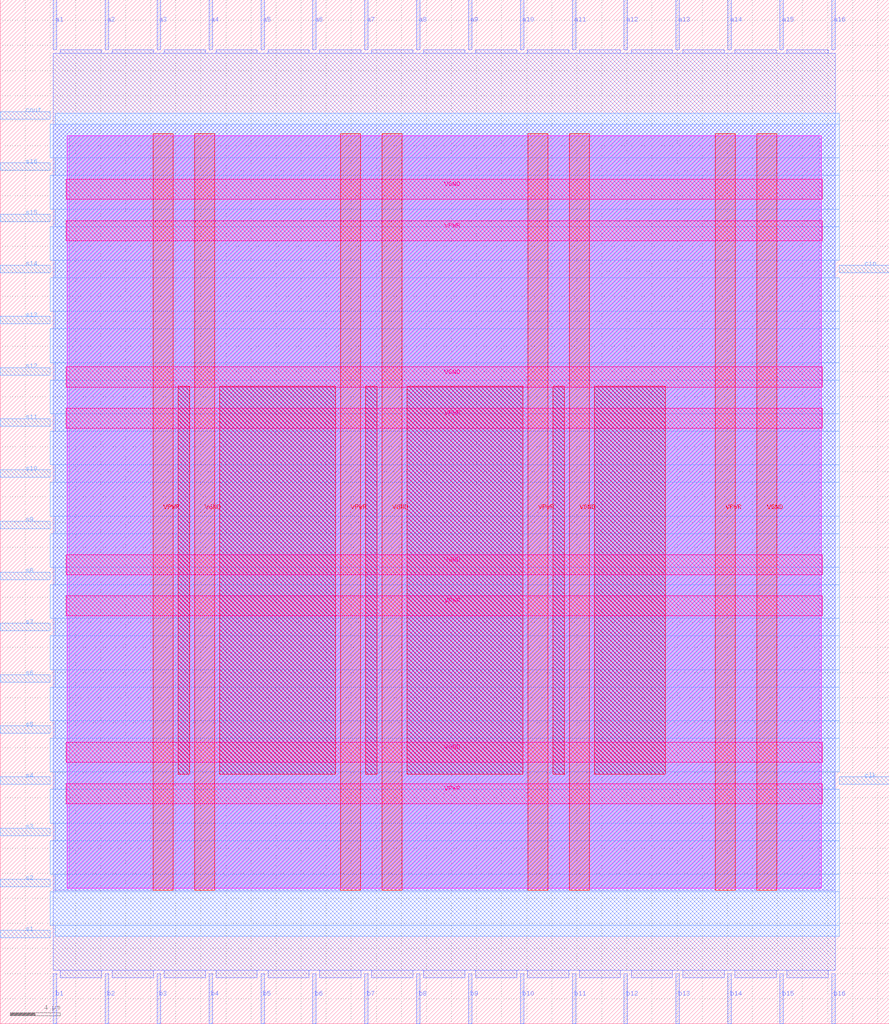
<source format=lef>
VERSION 5.7 ;
  NOWIREEXTENSIONATPIN ON ;
  DIVIDERCHAR "/" ;
  BUSBITCHARS "[]" ;
MACRO adder
  CLASS BLOCK ;
  FOREIGN adder ;
  ORIGIN 0.000 0.000 ;
  SIZE 70.920 BY 81.640 ;
  PIN VGND
    DIRECTION INOUT ;
    USE GROUND ;
    PORT
      LAYER met4 ;
        RECT 15.495 10.640 17.095 70.960 ;
    END
    PORT
      LAYER met4 ;
        RECT 30.445 10.640 32.045 70.960 ;
    END
    PORT
      LAYER met4 ;
        RECT 45.395 10.640 46.995 70.960 ;
    END
    PORT
      LAYER met4 ;
        RECT 60.345 10.640 61.945 70.960 ;
    END
    PORT
      LAYER met5 ;
        RECT 5.280 20.855 65.560 22.455 ;
    END
    PORT
      LAYER met5 ;
        RECT 5.280 35.810 65.560 37.410 ;
    END
    PORT
      LAYER met5 ;
        RECT 5.280 50.765 65.560 52.365 ;
    END
    PORT
      LAYER met5 ;
        RECT 5.280 65.720 65.560 67.320 ;
    END
  END VGND
  PIN VPWR
    DIRECTION INOUT ;
    USE POWER ;
    PORT
      LAYER met4 ;
        RECT 12.195 10.640 13.795 70.960 ;
    END
    PORT
      LAYER met4 ;
        RECT 27.145 10.640 28.745 70.960 ;
    END
    PORT
      LAYER met4 ;
        RECT 42.095 10.640 43.695 70.960 ;
    END
    PORT
      LAYER met4 ;
        RECT 57.045 10.640 58.645 70.960 ;
    END
    PORT
      LAYER met5 ;
        RECT 5.280 17.555 65.560 19.155 ;
    END
    PORT
      LAYER met5 ;
        RECT 5.280 32.510 65.560 34.110 ;
    END
    PORT
      LAYER met5 ;
        RECT 5.280 47.465 65.560 49.065 ;
    END
    PORT
      LAYER met5 ;
        RECT 5.280 62.420 65.560 64.020 ;
    END
  END VPWR
  PIN a1
    DIRECTION INPUT ;
    USE SIGNAL ;
    ANTENNAGATEAREA 0.196500 ;
    PORT
      LAYER met2 ;
        RECT 4.230 77.640 4.510 81.640 ;
    END
  END a1
  PIN a10
    DIRECTION INPUT ;
    USE SIGNAL ;
    ANTENNAGATEAREA 0.196500 ;
    PORT
      LAYER met2 ;
        RECT 41.490 77.640 41.770 81.640 ;
    END
  END a10
  PIN a11
    DIRECTION INPUT ;
    USE SIGNAL ;
    ANTENNAGATEAREA 0.196500 ;
    PORT
      LAYER met2 ;
        RECT 45.630 77.640 45.910 81.640 ;
    END
  END a11
  PIN a12
    DIRECTION INPUT ;
    USE SIGNAL ;
    ANTENNAGATEAREA 0.196500 ;
    PORT
      LAYER met2 ;
        RECT 49.770 77.640 50.050 81.640 ;
    END
  END a12
  PIN a13
    DIRECTION INPUT ;
    USE SIGNAL ;
    ANTENNAGATEAREA 0.196500 ;
    PORT
      LAYER met2 ;
        RECT 53.910 77.640 54.190 81.640 ;
    END
  END a13
  PIN a14
    DIRECTION INPUT ;
    USE SIGNAL ;
    ANTENNAGATEAREA 0.196500 ;
    PORT
      LAYER met2 ;
        RECT 58.050 77.640 58.330 81.640 ;
    END
  END a14
  PIN a15
    DIRECTION INPUT ;
    USE SIGNAL ;
    ANTENNAGATEAREA 0.196500 ;
    PORT
      LAYER met2 ;
        RECT 62.190 77.640 62.470 81.640 ;
    END
  END a15
  PIN a16
    DIRECTION INPUT ;
    USE SIGNAL ;
    ANTENNAGATEAREA 0.196500 ;
    PORT
      LAYER met2 ;
        RECT 66.330 77.640 66.610 81.640 ;
    END
  END a16
  PIN a2
    DIRECTION INPUT ;
    USE SIGNAL ;
    ANTENNAGATEAREA 0.196500 ;
    PORT
      LAYER met2 ;
        RECT 8.370 77.640 8.650 81.640 ;
    END
  END a2
  PIN a3
    DIRECTION INPUT ;
    USE SIGNAL ;
    ANTENNAGATEAREA 0.196500 ;
    PORT
      LAYER met2 ;
        RECT 12.510 77.640 12.790 81.640 ;
    END
  END a3
  PIN a4
    DIRECTION INPUT ;
    USE SIGNAL ;
    ANTENNAGATEAREA 0.196500 ;
    PORT
      LAYER met2 ;
        RECT 16.650 77.640 16.930 81.640 ;
    END
  END a4
  PIN a5
    DIRECTION INPUT ;
    USE SIGNAL ;
    ANTENNAGATEAREA 0.196500 ;
    PORT
      LAYER met2 ;
        RECT 20.790 77.640 21.070 81.640 ;
    END
  END a5
  PIN a6
    DIRECTION INPUT ;
    USE SIGNAL ;
    ANTENNAGATEAREA 0.196500 ;
    PORT
      LAYER met2 ;
        RECT 24.930 77.640 25.210 81.640 ;
    END
  END a6
  PIN a7
    DIRECTION INPUT ;
    USE SIGNAL ;
    ANTENNAGATEAREA 0.196500 ;
    PORT
      LAYER met2 ;
        RECT 29.070 77.640 29.350 81.640 ;
    END
  END a7
  PIN a8
    DIRECTION INPUT ;
    USE SIGNAL ;
    ANTENNAGATEAREA 0.196500 ;
    PORT
      LAYER met2 ;
        RECT 33.210 77.640 33.490 81.640 ;
    END
  END a8
  PIN a9
    DIRECTION INPUT ;
    USE SIGNAL ;
    ANTENNAGATEAREA 0.196500 ;
    PORT
      LAYER met2 ;
        RECT 37.350 77.640 37.630 81.640 ;
    END
  END a9
  PIN b1
    DIRECTION INPUT ;
    USE SIGNAL ;
    ANTENNAGATEAREA 0.196500 ;
    PORT
      LAYER met2 ;
        RECT 4.230 0.000 4.510 4.000 ;
    END
  END b1
  PIN b10
    DIRECTION INPUT ;
    USE SIGNAL ;
    ANTENNAGATEAREA 0.196500 ;
    PORT
      LAYER met2 ;
        RECT 41.490 0.000 41.770 4.000 ;
    END
  END b10
  PIN b11
    DIRECTION INPUT ;
    USE SIGNAL ;
    ANTENNAGATEAREA 0.196500 ;
    PORT
      LAYER met2 ;
        RECT 45.630 0.000 45.910 4.000 ;
    END
  END b11
  PIN b12
    DIRECTION INPUT ;
    USE SIGNAL ;
    ANTENNAGATEAREA 0.196500 ;
    PORT
      LAYER met2 ;
        RECT 49.770 0.000 50.050 4.000 ;
    END
  END b12
  PIN b13
    DIRECTION INPUT ;
    USE SIGNAL ;
    ANTENNAGATEAREA 0.196500 ;
    PORT
      LAYER met2 ;
        RECT 53.910 0.000 54.190 4.000 ;
    END
  END b13
  PIN b14
    DIRECTION INPUT ;
    USE SIGNAL ;
    ANTENNAGATEAREA 0.196500 ;
    PORT
      LAYER met2 ;
        RECT 58.050 0.000 58.330 4.000 ;
    END
  END b14
  PIN b15
    DIRECTION INPUT ;
    USE SIGNAL ;
    ANTENNAGATEAREA 0.196500 ;
    PORT
      LAYER met2 ;
        RECT 62.190 0.000 62.470 4.000 ;
    END
  END b15
  PIN b16
    DIRECTION INPUT ;
    USE SIGNAL ;
    ANTENNAGATEAREA 0.196500 ;
    PORT
      LAYER met2 ;
        RECT 66.330 0.000 66.610 4.000 ;
    END
  END b16
  PIN b2
    DIRECTION INPUT ;
    USE SIGNAL ;
    ANTENNAGATEAREA 0.196500 ;
    PORT
      LAYER met2 ;
        RECT 8.370 0.000 8.650 4.000 ;
    END
  END b2
  PIN b3
    DIRECTION INPUT ;
    USE SIGNAL ;
    ANTENNAGATEAREA 0.196500 ;
    PORT
      LAYER met2 ;
        RECT 12.510 0.000 12.790 4.000 ;
    END
  END b3
  PIN b4
    DIRECTION INPUT ;
    USE SIGNAL ;
    ANTENNAGATEAREA 0.196500 ;
    PORT
      LAYER met2 ;
        RECT 16.650 0.000 16.930 4.000 ;
    END
  END b4
  PIN b5
    DIRECTION INPUT ;
    USE SIGNAL ;
    ANTENNAGATEAREA 0.196500 ;
    PORT
      LAYER met2 ;
        RECT 20.790 0.000 21.070 4.000 ;
    END
  END b5
  PIN b6
    DIRECTION INPUT ;
    USE SIGNAL ;
    ANTENNAGATEAREA 0.196500 ;
    PORT
      LAYER met2 ;
        RECT 24.930 0.000 25.210 4.000 ;
    END
  END b6
  PIN b7
    DIRECTION INPUT ;
    USE SIGNAL ;
    ANTENNAGATEAREA 0.196500 ;
    PORT
      LAYER met2 ;
        RECT 29.070 0.000 29.350 4.000 ;
    END
  END b7
  PIN b8
    DIRECTION INPUT ;
    USE SIGNAL ;
    ANTENNAGATEAREA 0.196500 ;
    PORT
      LAYER met2 ;
        RECT 33.210 0.000 33.490 4.000 ;
    END
  END b8
  PIN b9
    DIRECTION INPUT ;
    USE SIGNAL ;
    ANTENNAGATEAREA 0.196500 ;
    PORT
      LAYER met2 ;
        RECT 37.350 0.000 37.630 4.000 ;
    END
  END b9
  PIN cin
    DIRECTION INPUT ;
    USE SIGNAL ;
    ANTENNAGATEAREA 0.196500 ;
    PORT
      LAYER met3 ;
        RECT 66.920 59.880 70.920 60.480 ;
    END
  END cin
  PIN clk
    DIRECTION INPUT ;
    USE SIGNAL ;
    ANTENNAGATEAREA 0.852000 ;
    PORT
      LAYER met3 ;
        RECT 66.920 19.080 70.920 19.680 ;
    END
  END clk
  PIN cout
    DIRECTION OUTPUT ;
    USE SIGNAL ;
    ANTENNADIFFAREA 0.340600 ;
    PORT
      LAYER met3 ;
        RECT 0.000 72.120 4.000 72.720 ;
    END
  END cout
  PIN s1
    DIRECTION OUTPUT ;
    USE SIGNAL ;
    ANTENNADIFFAREA 0.340600 ;
    PORT
      LAYER met3 ;
        RECT 0.000 6.840 4.000 7.440 ;
    END
  END s1
  PIN s10
    DIRECTION OUTPUT ;
    USE SIGNAL ;
    ANTENNADIFFAREA 0.340600 ;
    PORT
      LAYER met3 ;
        RECT 0.000 43.560 4.000 44.160 ;
    END
  END s10
  PIN s11
    DIRECTION OUTPUT ;
    USE SIGNAL ;
    ANTENNADIFFAREA 0.340600 ;
    PORT
      LAYER met3 ;
        RECT 0.000 47.640 4.000 48.240 ;
    END
  END s11
  PIN s12
    DIRECTION OUTPUT ;
    USE SIGNAL ;
    ANTENNADIFFAREA 0.340600 ;
    PORT
      LAYER met3 ;
        RECT 0.000 51.720 4.000 52.320 ;
    END
  END s12
  PIN s13
    DIRECTION OUTPUT ;
    USE SIGNAL ;
    ANTENNADIFFAREA 0.340600 ;
    PORT
      LAYER met3 ;
        RECT 0.000 55.800 4.000 56.400 ;
    END
  END s13
  PIN s14
    DIRECTION OUTPUT ;
    USE SIGNAL ;
    ANTENNADIFFAREA 0.340600 ;
    PORT
      LAYER met3 ;
        RECT 0.000 59.880 4.000 60.480 ;
    END
  END s14
  PIN s15
    DIRECTION OUTPUT ;
    USE SIGNAL ;
    ANTENNADIFFAREA 0.340600 ;
    PORT
      LAYER met3 ;
        RECT 0.000 63.960 4.000 64.560 ;
    END
  END s15
  PIN s16
    DIRECTION OUTPUT ;
    USE SIGNAL ;
    ANTENNADIFFAREA 0.340600 ;
    PORT
      LAYER met3 ;
        RECT 0.000 68.040 4.000 68.640 ;
    END
  END s16
  PIN s2
    DIRECTION OUTPUT ;
    USE SIGNAL ;
    ANTENNADIFFAREA 0.340600 ;
    PORT
      LAYER met3 ;
        RECT 0.000 10.920 4.000 11.520 ;
    END
  END s2
  PIN s3
    DIRECTION OUTPUT ;
    USE SIGNAL ;
    ANTENNADIFFAREA 0.340600 ;
    PORT
      LAYER met3 ;
        RECT 0.000 15.000 4.000 15.600 ;
    END
  END s3
  PIN s4
    DIRECTION OUTPUT ;
    USE SIGNAL ;
    ANTENNADIFFAREA 0.340600 ;
    PORT
      LAYER met3 ;
        RECT 0.000 19.080 4.000 19.680 ;
    END
  END s4
  PIN s5
    DIRECTION OUTPUT ;
    USE SIGNAL ;
    ANTENNADIFFAREA 0.340600 ;
    PORT
      LAYER met3 ;
        RECT 0.000 23.160 4.000 23.760 ;
    END
  END s5
  PIN s6
    DIRECTION OUTPUT ;
    USE SIGNAL ;
    ANTENNADIFFAREA 0.340600 ;
    PORT
      LAYER met3 ;
        RECT 0.000 27.240 4.000 27.840 ;
    END
  END s6
  PIN s7
    DIRECTION OUTPUT ;
    USE SIGNAL ;
    ANTENNADIFFAREA 0.340600 ;
    PORT
      LAYER met3 ;
        RECT 0.000 31.320 4.000 31.920 ;
    END
  END s7
  PIN s8
    DIRECTION OUTPUT ;
    USE SIGNAL ;
    ANTENNADIFFAREA 0.340600 ;
    PORT
      LAYER met3 ;
        RECT 0.000 35.400 4.000 36.000 ;
    END
  END s8
  PIN s9
    DIRECTION OUTPUT ;
    USE SIGNAL ;
    ANTENNADIFFAREA 0.340600 ;
    PORT
      LAYER met3 ;
        RECT 0.000 39.480 4.000 40.080 ;
    END
  END s9
  OBS
      LAYER nwell ;
        RECT 5.330 10.795 65.510 70.805 ;
      LAYER li1 ;
        RECT 5.520 10.795 65.320 70.805 ;
      LAYER met1 ;
        RECT 4.210 10.640 66.630 71.700 ;
      LAYER met2 ;
        RECT 4.790 77.360 8.090 77.640 ;
        RECT 8.930 77.360 12.230 77.640 ;
        RECT 13.070 77.360 16.370 77.640 ;
        RECT 17.210 77.360 20.510 77.640 ;
        RECT 21.350 77.360 24.650 77.640 ;
        RECT 25.490 77.360 28.790 77.640 ;
        RECT 29.630 77.360 32.930 77.640 ;
        RECT 33.770 77.360 37.070 77.640 ;
        RECT 37.910 77.360 41.210 77.640 ;
        RECT 42.050 77.360 45.350 77.640 ;
        RECT 46.190 77.360 49.490 77.640 ;
        RECT 50.330 77.360 53.630 77.640 ;
        RECT 54.470 77.360 57.770 77.640 ;
        RECT 58.610 77.360 61.910 77.640 ;
        RECT 62.750 77.360 66.050 77.640 ;
        RECT 4.230 4.280 66.600 77.360 ;
        RECT 4.790 3.670 8.090 4.280 ;
        RECT 8.930 3.670 12.230 4.280 ;
        RECT 13.070 3.670 16.370 4.280 ;
        RECT 17.210 3.670 20.510 4.280 ;
        RECT 21.350 3.670 24.650 4.280 ;
        RECT 25.490 3.670 28.790 4.280 ;
        RECT 29.630 3.670 32.930 4.280 ;
        RECT 33.770 3.670 37.070 4.280 ;
        RECT 37.910 3.670 41.210 4.280 ;
        RECT 42.050 3.670 45.350 4.280 ;
        RECT 46.190 3.670 49.490 4.280 ;
        RECT 50.330 3.670 53.630 4.280 ;
        RECT 54.470 3.670 57.770 4.280 ;
        RECT 58.610 3.670 61.910 4.280 ;
        RECT 62.750 3.670 66.050 4.280 ;
      LAYER met3 ;
        RECT 4.400 71.720 66.920 72.585 ;
        RECT 3.990 69.040 66.920 71.720 ;
        RECT 4.400 67.640 66.920 69.040 ;
        RECT 3.990 64.960 66.920 67.640 ;
        RECT 4.400 63.560 66.920 64.960 ;
        RECT 3.990 60.880 66.920 63.560 ;
        RECT 4.400 59.480 66.520 60.880 ;
        RECT 3.990 56.800 66.920 59.480 ;
        RECT 4.400 55.400 66.920 56.800 ;
        RECT 3.990 52.720 66.920 55.400 ;
        RECT 4.400 51.320 66.920 52.720 ;
        RECT 3.990 48.640 66.920 51.320 ;
        RECT 4.400 47.240 66.920 48.640 ;
        RECT 3.990 44.560 66.920 47.240 ;
        RECT 4.400 43.160 66.920 44.560 ;
        RECT 3.990 40.480 66.920 43.160 ;
        RECT 4.400 39.080 66.920 40.480 ;
        RECT 3.990 36.400 66.920 39.080 ;
        RECT 4.400 35.000 66.920 36.400 ;
        RECT 3.990 32.320 66.920 35.000 ;
        RECT 4.400 30.920 66.920 32.320 ;
        RECT 3.990 28.240 66.920 30.920 ;
        RECT 4.400 26.840 66.920 28.240 ;
        RECT 3.990 24.160 66.920 26.840 ;
        RECT 4.400 22.760 66.920 24.160 ;
        RECT 3.990 20.080 66.920 22.760 ;
        RECT 4.400 18.680 66.520 20.080 ;
        RECT 3.990 16.000 66.920 18.680 ;
        RECT 4.400 14.600 66.920 16.000 ;
        RECT 3.990 11.920 66.920 14.600 ;
        RECT 4.400 10.520 66.920 11.920 ;
        RECT 3.990 7.840 66.920 10.520 ;
        RECT 4.400 6.975 66.920 7.840 ;
      LAYER met4 ;
        RECT 14.195 19.895 15.095 50.825 ;
        RECT 17.495 19.895 26.745 50.825 ;
        RECT 29.145 19.895 30.045 50.825 ;
        RECT 32.445 19.895 41.695 50.825 ;
        RECT 44.095 19.895 44.995 50.825 ;
        RECT 47.395 19.895 53.065 50.825 ;
  END
END adder
END LIBRARY


</source>
